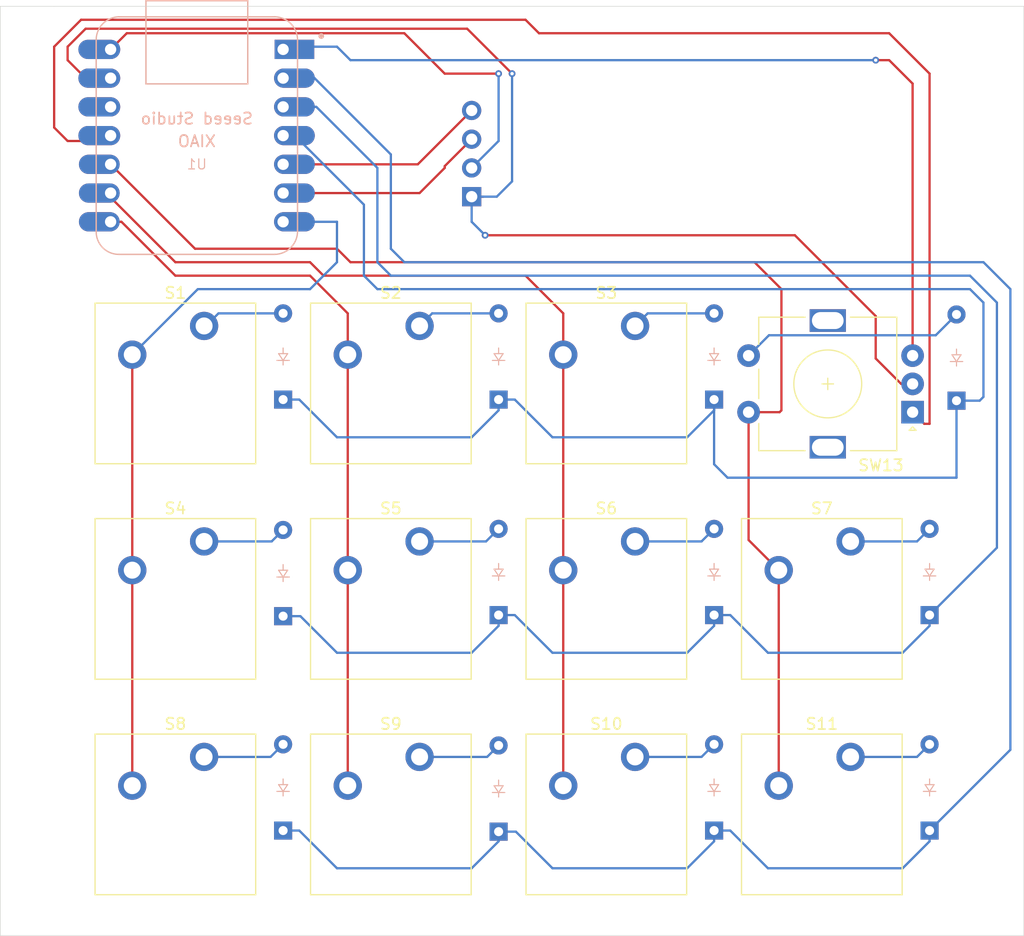
<source format=kicad_pcb>
(kicad_pcb (version 20240108) (generator "pcbnew") (generator_version "8.0")
  (layers (0 "F.Cu" signal) (31 "B.Cu" signal) (34 "B.Paste" user) (35 "F.Paste" user) (36 "B.SilkS" user "B.Silkscreen") (37 "F.SilkS" user "F.Silkscreen") (38 "B.Mask" user) (39 "F.Mask" user) (44 "Edge.Cuts" user))
  (net 0 "")
  (net 1 "Row 0")
  (net 2 "Net-(D1-A)")
  (net 3 "Net-(D2-A)")
  (net 4 "Net-(D3-A)")
  (net 5 "Net-(D4-A)")
  (net 6 "Row 1")
  (net 7 "Net-(D5-A)")
  (net 8 "Net-(D6-A)")
  (net 9 "Net-(D7-A)")
  (net 10 "Net-(D8-A)")
  (net 11 "Row 2")
  (net 12 "Net-(D9-A)")
  (net 13 "Net-(D10-A)")
  (net 14 "Net-(D11-A)")
  (net 15 "GND")
  (net 16 "VCC")
  (net 17 "SDA")
  (net 18 "SCL")
  (net 19 "Col 0")
  (net 20 "Col 1")
  (net 21 "Col 2")
  (net 22 "Col 3")
  (net 23 "Rotary A")
  (net 24 "Rotary B")
  (net 26 "Net-(D12-A)")
  (footprint "ScottoKeebs_MX:MX_PCB_1.00u" (layer "F.Cu") (at 155.1975 112.3625)
    (property "Reference" "S7" (at 0 -8 0) (layer "F.SilkS"))
    (property "Value" "Keyswitch")
    (fp_line (start -7.1 -7.1) (end -7.1 7.1) (stroke (width 0.12)) (layer "F.SilkS"))
    (fp_line (start -7.1 7.1) (end 7.1 7.1) (stroke (width 0.12)) (layer "F.SilkS"))
    (fp_line (start 7.1 -7.1) (end -7.1 -7.1) (stroke (width 0.12)) (layer "F.SilkS"))
    (fp_line (start 7.1 7.1) (end 7.1 -7.1) (stroke (width 0.12)) (layer "F.SilkS"))
    (pad "" np_thru_hole circle (at -5.08 0) (size 1.75 1.75) (drill 1.75) (layers "*.Cu" "*.Mask"))
    (pad "" np_thru_hole circle (at 0 0) (size 4 4) (drill 4) (layers "*.Cu" "*.Mask"))
    (pad "" np_thru_hole circle (at 5.08 0) (size 1.75 1.75) (drill 1.75) (layers "*.Cu" "*.Mask"))
    (pad "1" thru_hole circle (at -3.81 -2.54) (size 2.5 2.5) (drill 1.5) (layers "*.Cu" "*.Mask") (net 22 "Col 3"))
    (pad "2" thru_hole circle (at 2.54 -5.08) (size 2.5 2.5) (drill 1.5) (layers "*.Cu" "*.Mask") (net 9 "Net-(D7-A)"))
  )
  (footprint "ScottoKeebs_MX:MX_PCB_1.00u" (layer "F.Cu") (at 155.1975 131.4125)
    (property "Reference" "S11" (at 0 -8 0) (layer "F.SilkS"))
    (property "Value" "Keyswitch")
    (fp_line (start -7.1 -7.1) (end -7.1 7.1) (stroke (width 0.12)) (layer "F.SilkS"))
    (fp_line (start -7.1 7.1) (end 7.1 7.1) (stroke (width 0.12)) (layer "F.SilkS"))
    (fp_line (start 7.1 -7.1) (end -7.1 -7.1) (stroke (width 0.12)) (layer "F.SilkS"))
    (fp_line (start 7.1 7.1) (end 7.1 -7.1) (stroke (width 0.12)) (layer "F.SilkS"))
    (pad "" np_thru_hole circle (at -5.08 0) (size 1.75 1.75) (drill 1.75) (layers "*.Cu" "*.Mask"))
    (pad "" np_thru_hole circle (at 0 0) (size 4 4) (drill 4) (layers "*.Cu" "*.Mask"))
    (pad "" np_thru_hole circle (at 5.08 0) (size 1.75 1.75) (drill 1.75) (layers "*.Cu" "*.Mask"))
    (pad "1" thru_hole circle (at -3.81 -2.54) (size 2.5 2.5) (drill 1.5) (layers "*.Cu" "*.Mask") (net 22 "Col 3"))
    (pad "2" thru_hole circle (at 2.54 -5.08) (size 2.5 2.5) (drill 1.5) (layers "*.Cu" "*.Mask") (net 14 "Net-(D11-A)"))
  )
  (footprint "ScottoKeebs_MX:MX_PCB_1.00u" (layer "F.Cu") (at 98.0475 112.3625)
    (property "Reference" "S4" (at 0 -8 0) (layer "F.SilkS"))
    (property "Value" "Keyswitch")
    (fp_line (start -7.1 -7.1) (end -7.1 7.1) (stroke (width 0.12)) (layer "F.SilkS"))
    (fp_line (start -7.1 7.1) (end 7.1 7.1) (stroke (width 0.12)) (layer "F.SilkS"))
    (fp_line (start 7.1 -7.1) (end -7.1 -7.1) (stroke (width 0.12)) (layer "F.SilkS"))
    (fp_line (start 7.1 7.1) (end 7.1 -7.1) (stroke (width 0.12)) (layer "F.SilkS"))
    (pad "" np_thru_hole circle (at -5.08 0) (size 1.75 1.75) (drill 1.75) (layers "*.Cu" "*.Mask"))
    (pad "" np_thru_hole circle (at 0 0) (size 4 4) (drill 4) (layers "*.Cu" "*.Mask"))
    (pad "" np_thru_hole circle (at 5.08 0) (size 1.75 1.75) (drill 1.75) (layers "*.Cu" "*.Mask"))
    (pad "1" thru_hole circle (at -3.81 -2.54) (size 2.5 2.5) (drill 1.5) (layers "*.Cu" "*.Mask") (net 19 "Col 0"))
    (pad "2" thru_hole circle (at 2.54 -5.08) (size 2.5 2.5) (drill 1.5) (layers "*.Cu" "*.Mask") (net 5 "Net-(D4-A)"))
  )
  (footprint "ScottoKeebs_MX:MX_PCB_1.00u" (layer "F.Cu") (at 117.0975 131.4125)
    (property "Reference" "S9" (at 0 -8 0) (layer "F.SilkS"))
    (property "Value" "Keyswitch")
    (fp_line (start -7.1 -7.1) (end -7.1 7.1) (stroke (width 0.12)) (layer "F.SilkS"))
    (fp_line (start -7.1 7.1) (end 7.1 7.1) (stroke (width 0.12)) (layer "F.SilkS"))
    (fp_line (start 7.1 -7.1) (end -7.1 -7.1) (stroke (width 0.12)) (layer "F.SilkS"))
    (fp_line (start 7.1 7.1) (end 7.1 -7.1) (stroke (width 0.12)) (layer "F.SilkS"))
    (pad "" np_thru_hole circle (at -5.08 0) (size 1.75 1.75) (drill 1.75) (layers "*.Cu" "*.Mask"))
    (pad "" np_thru_hole circle (at 0 0) (size 4 4) (drill 4) (layers "*.Cu" "*.Mask"))
    (pad "" np_thru_hole circle (at 5.08 0) (size 1.75 1.75) (drill 1.75) (layers "*.Cu" "*.Mask"))
    (pad "1" thru_hole circle (at -3.81 -2.54) (size 2.5 2.5) (drill 1.5) (layers "*.Cu" "*.Mask") (net 20 "Col 1"))
    (pad "2" thru_hole circle (at 2.54 -5.08) (size 2.5 2.5) (drill 1.5) (layers "*.Cu" "*.Mask") (net 12 "Net-(D9-A)"))
  )
  (footprint "ScottoKeebs_Components:OLED_128x32" (layer "F.Cu") (at 122.64125 67.0025)
    (property "Reference" "J1" (hide yes))
    (property "Value" "OLED_128x32")
    (pad "1" thru_hole rect (at 1.6 9.8 180) (size 1.7 1.7) (drill 1) (layers "*.Cu" "*.Mask") (net 15 "GND"))
    (pad "2" thru_hole oval (at 1.6 7.26 180) (size 1.7 1.7) (drill 1) (layers "*.Cu" "*.Mask") (net 16 "VCC"))
    (pad "3" thru_hole oval (at 1.6 4.72 180) (size 1.7 1.7) (drill 1) (layers "*.Cu" "*.Mask") (net 18 "SCL"))
    (pad "4" thru_hole oval (at 1.6 2.18 180) (size 1.7 1.7) (drill 1) (layers "*.Cu" "*.Mask") (net 17 "SDA"))
  )
  (footprint "Rotary_Encoder:RotaryEncoder_Alps_EC11E-Switch_Vertical_H20mm" (layer "F.Cu") (at 163.2225 95.85625 180)
    (property "Reference" "SW13" (at 2.8 -4.7 0) (layer "F.SilkS"))
    (property "Value" "RotaryEncoder_Switch")
    (fp_line (start 13.6 8.4) (end 9.5 8.4) (stroke (width 0.12)) (layer "F.SilkS"))
    (fp_line (start 13.6 6) (end 13.6 8.4) (stroke (width 0.12)) (layer "F.SilkS"))
    (fp_line (start 13.6 1.2) (end 13.6 3.8) (stroke (width 0.12)) (layer "F.SilkS"))
    (fp_line (start 13.6 -3.4) (end 13.6 -1) (stroke (width 0.12)) (layer "F.SilkS"))
    (fp_line (start 9.5 -3.4) (end 13.6 -3.4) (stroke (width 0.12)) (layer "F.SilkS"))
    (fp_line (start 7.5 2) (end 7.5 3) (stroke (width 0.12)) (layer "F.SilkS"))
    (fp_line (start 7 2.5) (end 8 2.5) (stroke (width 0.12)) (layer "F.SilkS"))
    (fp_line (start 5.5 8.4) (end 1.4 8.4) (stroke (width 0.12)) (layer "F.SilkS"))
    (fp_line (start 5.5 -3.4) (end 1.4 -3.4) (stroke (width 0.12)) (layer "F.SilkS"))
    (fp_line (start 1.4 -3.4) (end 1.4 8.4) (stroke (width 0.12)) (layer "F.SilkS"))
    (fp_line (start 0.3 -1.6) (end 0 -1.3) (stroke (width 0.12)) (layer "F.SilkS"))
    (fp_line (start 0 -1.3) (end -0.3 -1.6) (stroke (width 0.12)) (layer "F.SilkS"))
    (fp_line (start -0.3 -1.6) (end 0.3 -1.6) (stroke (width 0.12)) (layer "F.SilkS"))
    (fp_circle (center 7.5 2.5) (end 10.5 2.5) (stroke (width 0.12)) (fill none) (layer "F.SilkS"))
    (pad "A" thru_hole rect (at 0 0 180) (size 2 2) (drill 1) (layers "*.Cu" "*.Mask") (net 23 "Rotary A"))
    (pad "B" thru_hole circle (at 0 5 180) (size 2 2) (drill 1) (layers "*.Cu" "*.Mask") (net 24 "Rotary B"))
    (pad "C" thru_hole circle (at 0 2.5 180) (size 2 2) (drill 1) (layers "*.Cu" "*.Mask") (net 15 "GND"))
    (pad "MP" thru_hole rect (at 7.5 -3.1 180) (size 3.2 2) (drill oval 2.8 1.5) (layers "*.Cu" "*.Mask"))
    (pad "MP" thru_hole rect (at 7.5 8.1 180) (size 3.2 2) (drill oval 2.8 1.5) (layers "*.Cu" "*.Mask"))
    (pad "S1" thru_hole circle (at 14.5 5 180) (size 2 2) (drill 1) (layers "*.Cu" "*.Mask") (net 26 "Net-(D12-A)"))
    (pad "S2" thru_hole circle (at 14.5 0 180) (size 2 2) (drill 1) (layers "*.Cu" "*.Mask") (net 22 "Col 3"))
  )
  (footprint "ScottoKeebs_MX:MX_PCB_1.00u" (layer "F.Cu") (at 136.1475 131.4125)
    (property "Reference" "S10" (at 0 -8 0) (layer "F.SilkS"))
    (property "Value" "Keyswitch")
    (fp_line (start -7.1 -7.1) (end -7.1 7.1) (stroke (width 0.12)) (layer "F.SilkS"))
    (fp_line (start -7.1 7.1) (end 7.1 7.1) (stroke (width 0.12)) (layer "F.SilkS"))
    (fp_line (start 7.1 -7.1) (end -7.1 -7.1) (stroke (width 0.12)) (layer "F.SilkS"))
    (fp_line (start 7.1 7.1) (end 7.1 -7.1) (stroke (width 0.12)) (layer "F.SilkS"))
    (pad "" np_thru_hole circle (at -5.08 0) (size 1.75 1.75) (drill 1.75) (layers "*.Cu" "*.Mask"))
    (pad "" np_thru_hole circle (at 0 0) (size 4 4) (drill 4) (layers "*.Cu" "*.Mask"))
    (pad "" np_thru_hole circle (at 5.08 0) (size 1.75 1.75) (drill 1.75) (layers "*.Cu" "*.Mask"))
    (pad "1" thru_hole circle (at -3.81 -2.54) (size 2.5 2.5) (drill 1.5) (layers "*.Cu" "*.Mask") (net 21 "Col 2"))
    (pad "2" thru_hole circle (at 2.54 -5.08) (size 2.5 2.5) (drill 1.5) (layers "*.Cu" "*.Mask") (net 13 "Net-(D10-A)"))
  )
  (footprint "ScottoKeebs_MX:MX_PCB_1.00u" (layer "F.Cu") (at 98.0475 131.4125)
    (property "Reference" "S8" (at 0 -8 0) (layer "F.SilkS"))
    (property "Value" "Keyswitch")
    (fp_line (start -7.1 -7.1) (end -7.1 7.1) (stroke (width 0.12)) (layer "F.SilkS"))
    (fp_line (start -7.1 7.1) (end 7.1 7.1) (stroke (width 0.12)) (layer "F.SilkS"))
    (fp_line (start 7.1 -7.1) (end -7.1 -7.1) (stroke (width 0.12)) (layer "F.SilkS"))
    (fp_line (start 7.1 7.1) (end 7.1 -7.1) (stroke (width 0.12)) (layer "F.SilkS"))
    (pad "" np_thru_hole circle (at -5.08 0) (size 1.75 1.75) (drill 1.75) (layers "*.Cu" "*.Mask"))
    (pad "" np_thru_hole circle (at 0 0) (size 4 4) (drill 4) (layers "*.Cu" "*.Mask"))
    (pad "" np_thru_hole circle (at 5.08 0) (size 1.75 1.75) (drill 1.75) (layers "*.Cu" "*.Mask"))
    (pad "1" thru_hole circle (at -3.81 -2.54) (size 2.5 2.5) (drill 1.5) (layers "*.Cu" "*.Mask") (net 19 "Col 0"))
    (pad "2" thru_hole circle (at 2.54 -5.08) (size 2.5 2.5) (drill 1.5) (layers "*.Cu" "*.Mask") (net 10 "Net-(D8-A)"))
  )
  (footprint "ScottoKeebs_MX:MX_PCB_1.00u" (layer "F.Cu") (at 117.0975 93.3125)
    (property "Reference" "S2" (at 0 -8 0) (layer "F.SilkS"))
    (property "Value" "Keyswitch")
    (fp_line (start -7.1 -7.1) (end -7.1 7.1) (stroke (width 0.12)) (layer "F.SilkS"))
    (fp_line (start -7.1 7.1) (end 7.1 7.1) (stroke (width 0.12)) (layer "F.SilkS"))
    (fp_line (start 7.1 -7.1) (end -7.1 -7.1) (stroke (width 0.12)) (layer "F.SilkS"))
    (fp_line (start 7.1 7.1) (end 7.1 -7.1) (stroke (width 0.12)) (layer "F.SilkS"))
    (pad "" np_thru_hole circle (at -5.08 0) (size 1.75 1.75) (drill 1.75) (layers "*.Cu" "*.Mask"))
    (pad "" np_thru_hole circle (at 0 0) (size 4 4) (drill 4) (layers "*.Cu" "*.Mask"))
    (pad "" np_thru_hole circle (at 5.08 0) (size 1.75 1.75) (drill 1.75) (layers "*.Cu" "*.Mask"))
    (pad "1" thru_hole circle (at -3.81 -2.54) (size 2.5 2.5) (drill 1.5) (layers "*.Cu" "*.Mask") (net 20 "Col 1"))
    (pad "2" thru_hole circle (at 2.54 -5.08) (size 2.5 2.5) (drill 1.5) (layers "*.Cu" "*.Mask") (net 3 "Net-(D2-A)"))
  )
  (footprint "ScottoKeebs_MX:MX_PCB_1.00u" (layer "F.Cu") (at 117.0975 112.3625)
    (property "Reference" "S5" (at 0 -8 0) (layer "F.SilkS"))
    (property "Value" "Keyswitch")
    (fp_line (start -7.1 -7.1) (end -7.1 7.1) (stroke (width 0.12)) (layer "F.SilkS"))
    (fp_line (start -7.1 7.1) (end 7.1 7.1) (stroke (width 0.12)) (layer "F.SilkS"))
    (fp_line (start 7.1 -7.1) (end -7.1 -7.1) (stroke (width 0.12)) (layer "F.SilkS"))
    (fp_line (start 7.1 7.1) (end 7.1 -7.1) (stroke (width 0.12)) (layer "F.SilkS"))
    (pad "" np_thru_hole circle (at -5.08 0) (size 1.75 1.75) (drill 1.75) (layers "*.Cu" "*.Mask"))
    (pad "" np_thru_hole circle (at 0 0) (size 4 4) (drill 4) (layers "*.Cu" "*.Mask"))
    (pad "" np_thru_hole circle (at 5.08 0) (size 1.75 1.75) (drill 1.75) (layers "*.Cu" "*.Mask"))
    (pad "1" thru_hole circle (at -3.81 -2.54) (size 2.5 2.5) (drill 1.5) (layers "*.Cu" "*.Mask") (net 20 "Col 1"))
    (pad "2" thru_hole circle (at 2.54 -5.08) (size 2.5 2.5) (drill 1.5) (layers "*.Cu" "*.Mask") (net 7 "Net-(D5-A)"))
  )
  (footprint "ScottoKeebs_MX:MX_PCB_1.00u" (layer "F.Cu") (at 136.1475 112.3625)
    (property "Reference" "S6" (at 0 -8 0) (layer "F.SilkS"))
    (property "Value" "Keyswitch")
    (fp_line (start -7.1 -7.1) (end -7.1 7.1) (stroke (width 0.12)) (layer "F.SilkS"))
    (fp_line (start -7.1 7.1) (end 7.1 7.1) (stroke (width 0.12)) (layer "F.SilkS"))
    (fp_line (start 7.1 -7.1) (end -7.1 -7.1) (stroke (width 0.12)) (layer "F.SilkS"))
    (fp_line (start 7.1 7.1) (end 7.1 -7.1) (stroke (width 0.12)) (layer "F.SilkS"))
    (pad "" np_thru_hole circle (at -5.08 0) (size 1.75 1.75) (drill 1.75) (layers "*.Cu" "*.Mask"))
    (pad "" np_thru_hole circle (at 0 0) (size 4 4) (drill 4) (layers "*.Cu" "*.Mask"))
    (pad "" np_thru_hole circle (at 5.08 0) (size 1.75 1.75) (drill 1.75) (layers "*.Cu" "*.Mask"))
    (pad "1" thru_hole circle (at -3.81 -2.54) (size 2.5 2.5) (drill 1.5) (layers "*.Cu" "*.Mask") (net 21 "Col 2"))
    (pad "2" thru_hole circle (at 2.54 -5.08) (size 2.5 2.5) (drill 1.5) (layers "*.Cu" "*.Mask") (net 8 "Net-(D6-A)"))
  )
  (footprint "ScottoKeebs_MX:MX_PCB_1.00u" (layer "F.Cu") (at 136.1475 93.3125)
    (property "Reference" "S3" (at 0 -8 0) (layer "F.SilkS"))
    (property "Value" "Keyswitch")
    (fp_line (start -7.1 -7.1) (end -7.1 7.1) (stroke (width 0.12)) (layer "F.SilkS"))
    (fp_line (start -7.1 7.1) (end 7.1 7.1) (stroke (width 0.12)) (layer "F.SilkS"))
    (fp_line (start 7.1 -7.1) (end -7.1 -7.1) (stroke (width 0.12)) (layer "F.SilkS"))
    (fp_line (start 7.1 7.1) (end 7.1 -7.1) (stroke (width 0.12)) (layer "F.SilkS"))
    (pad "" np_thru_hole circle (at -5.08 0) (size 1.75 1.75) (drill 1.75) (layers "*.Cu" "*.Mask"))
    (pad "" np_thru_hole circle (at 0 0) (size 4 4) (drill 4) (layers "*.Cu" "*.Mask"))
    (pad "" np_thru_hole circle (at 5.08 0) (size 1.75 1.75) (drill 1.75) (layers "*.Cu" "*.Mask"))
    (pad "1" thru_hole circle (at -3.81 -2.54) (size 2.5 2.5) (drill 1.5) (layers "*.Cu" "*.Mask") (net 21 "Col 2"))
    (pad "2" thru_hole circle (at 2.54 -5.08) (size 2.5 2.5) (drill 1.5) (layers "*.Cu" "*.Mask") (net 4 "Net-(D3-A)"))
  )
  (footprint "ScottoKeebs_MX:MX_PCB_1.00u" (layer "F.Cu") (at 98.0475 93.3125)
    (property "Reference" "S1" (at 0 -8 0) (layer "F.SilkS"))
    (property "Value" "Keyswitch")
    (fp_line (start -7.1 -7.1) (end -7.1 7.1) (stroke (width 0.12)) (layer "F.SilkS"))
    (fp_line (start -7.1 7.1) (end 7.1 7.1) (stroke (width 0.12)) (layer "F.SilkS"))
    (fp_line (start 7.1 -7.1) (end -7.1 -7.1) (stroke (width 0.12)) (layer "F.SilkS"))
    (fp_line (start 7.1 7.1) (end 7.1 -7.1) (stroke (width 0.12)) (layer "F.SilkS"))
    (pad "" np_thru_hole circle (at -5.08 0) (size 1.75 1.75) (drill 1.75) (layers "*.Cu" "*.Mask"))
    (pad "" np_thru_hole circle (at 0 0) (size 4 4) (drill 4) (layers "*.Cu" "*.Mask"))
    (pad "" np_thru_hole circle (at 5.08 0) (size 1.75 1.75) (drill 1.75) (layers "*.Cu" "*.Mask"))
    (pad "1" thru_hole circle (at -3.81 -2.54) (size 2.5 2.5) (drill 1.5) (layers "*.Cu" "*.Mask") (net 19 "Col 0"))
    (pad "2" thru_hole circle (at 2.54 -5.08) (size 2.5 2.5) (drill 1.5) (layers "*.Cu" "*.Mask") (net 2 "Net-(D1-A)"))
  )
  (footprint "ScottoKeebs_Components:Diode_DO-35" (layer "B.Cu") (at 164.7225 132.84125 90)
    (property "Reference" "D11" (hide yes))
    (property "Value" "Diode" (hide yes))
    (fp_line (start 3.46 -0.55) (end 3.46 0.55) (stroke (width 0.1)) (layer "B.SilkS"))
    (fp_line (start 4.06 -0.4) (end 4.06 0.4) (stroke (width 0.1)) (layer "B.SilkS"))
    (fp_line (start 4.56 0) (end 4.06 0) (stroke (width 0.1)) (layer "B.SilkS"))
    (fp_line (start 3.46 0) (end 4.06 -0.4) (stroke (width 0.1)) (layer "B.SilkS"))
    (fp_line (start 3.46 0) (end 3.06 0) (stroke (width 0.1)) (layer "B.SilkS"))
    (fp_line (start 4.06 0.4) (end 3.46 0) (stroke (width 0.1)) (layer "B.SilkS"))
    (pad "1" thru_hole rect (at 0 0 90) (size 1.6 1.6) (drill 0.8) (layers "*.Cu" "*.Mask") (net 11 "Row 2"))
    (pad "2" thru_hole oval (at 7.62 0 90) (size 1.6 1.6) (drill 0.8) (layers "*.Cu" "*.Mask") (net 14 "Net-(D11-A)"))
  )
  (footprint "ScottoKeebs_Components:Diode_DO-35" (layer "B.Cu") (at 126.6225 132.93875 90)
    (property "Reference" "D9" (hide yes))
    (property "Value" "Diode" (hide yes))
    (fp_line (start 3.46 -0.55) (end 3.46 0.55) (stroke (width 0.1)) (layer "B.SilkS"))
    (fp_line (start 4.06 -0.4) (end 4.06 0.4) (stroke (width 0.1)) (layer "B.SilkS"))
    (fp_line (start 4.56 0) (end 4.06 0) (stroke (width 0.1)) (layer "B.SilkS"))
    (fp_line (start 3.46 0) (end 4.06 -0.4) (stroke (width 0.1)) (layer "B.SilkS"))
    (fp_line (start 3.46 0) (end 3.06 0) (stroke (width 0.1)) (layer "B.SilkS"))
    (fp_line (start 4.06 0.4) (end 3.46 0) (stroke (width 0.1)) (layer "B.SilkS"))
    (pad "1" thru_hole rect (at 0 0 90) (size 1.6 1.6) (drill 0.8) (layers "*.Cu" "*.Mask") (net 11 "Row 2"))
    (pad "2" thru_hole oval (at 7.62 0 90) (size 1.6 1.6) (drill 0.8) (layers "*.Cu" "*.Mask") (net 12 "Net-(D9-A)"))
  )
  (footprint "ScottoKeebs_Components:Diode_DO-35" (layer "B.Cu") (at 145.6725 132.84125 90)
    (property "Reference" "D10" (hide yes))
    (property "Value" "Diode" (hide yes))
    (fp_line (start 3.46 -0.55) (end 3.46 0.55) (stroke (width 0.1)) (layer "B.SilkS"))
    (fp_line (start 4.06 -0.4) (end 4.06 0.4) (stroke (width 0.1)) (layer "B.SilkS"))
    (fp_line (start 4.56 0) (end 4.06 0) (stroke (width 0.1)) (layer "B.SilkS"))
    (fp_line (start 3.46 0) (end 4.06 -0.4) (stroke (width 0.1)) (layer "B.SilkS"))
    (fp_line (start 3.46 0) (end 3.06 0) (stroke (width 0.1)) (layer "B.SilkS"))
    (fp_line (start 4.06 0.4) (end 3.46 0) (stroke (width 0.1)) (layer "B.SilkS"))
    (pad "1" thru_hole rect (at 0 0 90) (size 1.6 1.6) (drill 0.8) (layers "*.Cu" "*.Mask") (net 11 "Row 2"))
    (pad "2" thru_hole oval (at 7.62 0 90) (size 1.6 1.6) (drill 0.8) (layers "*.Cu" "*.Mask") (net 13 "Net-(D10-A)"))
  )
  (footprint "footprints:XIAO-Generic-Hybrid-14P-2.54-21X17.8MM" (layer "B.Cu") (at 99.9475 71.405 180)
    (property "Reference" "U1" (at 0 -2.54 0) (layer "B.SilkS") (effects (font (size 0.889 0.889) (thickness 0.1016)) (justify mirror)))
    (property "Value" "MOUDLE-SEEEDUINO-XIAO" (hide yes))
    (fp_line (start 8.9 8.5) (end 8.9 -8.5) (stroke (width 0.127)) (layer "B.SilkS"))
    (fp_line (start 6.9 -10.5) (end -6.9 -10.5) (stroke (width 0.127)) (layer "B.SilkS"))
    (fp_line (start 4.5 11.92403) (end -4.5 11.92403) (stroke (width 0.127)) (layer "B.SilkS"))
    (fp_line (start 4.5 4.57073) (end 4.5 11.92403) (stroke (width 0.127)) (layer "B.SilkS"))
    (fp_line (start -4.5 11.92403) (end -4.5 4.57073) (stroke (width 0.127)) (layer "B.SilkS"))
    (fp_line (start -4.5 4.57073) (end 4.5 4.57073) (stroke (width 0.127)) (layer "B.SilkS"))
    (fp_line (start -6.9 10.49909) (end 6.9 10.49909) (stroke (width 0.127)) (layer "B.SilkS"))
    (fp_line (start -8.9 -8.5) (end -8.9 8.5) (stroke (width 0.127)) (layer "B.SilkS"))
    (fp_arc (start 8.9 8.5) (mid 8.301492 9.901492) (end 6.9 10.5) (stroke (width 0.12)) (layer "B.SilkS"))
    (fp_arc (start 6.9 -10.5) (mid 8.314214 -9.914214) (end 8.9 -8.5) (stroke (width 0.12)) (layer "B.SilkS"))
    (fp_arc (start -6.9 10.5) (mid -8.301491 9.901491) (end -8.9 8.5) (stroke (width 0.12)) (layer "B.SilkS"))
    (fp_arc (start -8.9 -8.5) (mid -8.301423 -9.901423) (end -6.9 -10.5) (stroke (width 0.12)) (layer "B.SilkS"))
    (fp_circle (center -11 8.8) (end -11 9.054) (fill solid) (layer "B.SilkS"))
    (fp_poly (pts (xy -8.887715 8.561705) (xy -8.884667 8.610473) (xy -8.880603 8.659494)) (stroke (width 0.0254)) (fill none) (layer "B.SilkS"))
    (fp_poly (pts (xy 8.889492 -8.521574) (xy 8.887713 -8.57085) (xy 8.884665 -8.619618) (xy 8.880601 -8.668639) (xy 8.875268 -8.717407) (xy 8.868664 -8.766175) (xy 8.861044 -8.81469) (xy 8.852153 -8.86295) (xy 8.842248 -8.910955)) (stroke (width 0.0254)) (fill none) (layer "B.SilkS"))
    (fp_text user "Seeed Studio" (at 0 1.5 0) (layer "B.SilkS") (effects (justify mirror)))
    (fp_text user "XIAO" (at 0 -0.5 0) (layer "B.SilkS") (effects (justify mirror)))
    (pad "1" thru_hole rect (at -7.625 7.62 180) (size 3.5 1.7) (drill 1 (offset -1 0)) (layers "*.Cu" "*.Mask") (net 24 "Rotary B"))
    (pad "2" thru_hole oval (at -7.625 5.08 180) (size 3.6 1.7) (drill 1 (offset -1 0)) (layers "*.Cu" "*.Mask") (net 11 "Row 2"))
    (pad "3" thru_hole oval (at -7.625 2.54 180) (size 3.6 1.7) (drill 1 (offset -1 0)) (layers "*.Cu" "*.Mask") (net 6 "Row 1"))
    (pad "4" thru_hole oval (at -7.625 0 180) (size 3.6 1.7) (drill 1 (offset -1 0)) (layers "*.Cu" "*.Mask") (net 1 "Row 0"))
    (pad "5" thru_hole oval (at -7.625 -2.54 180) (size 3.6 1.7) (drill 1 (offset -1 0)) (layers "*.Cu" "*.Mask") (net 17 "SDA"))
    (pad "6" thru_hole oval (at -7.625 -5.08) (size 3.6 1.7) (drill 1 (offset 1 0)) (layers "*.Cu" "*.Mask") (net 18 "SCL"))
    (pad "7" thru_hole oval (at -7.625 -7.62 180) (size 3.6 1.7) (drill 1 (offset -1 0)) (layers "*.Cu" "*.Mask") (net 19 "Col 0"))
    (pad "8" thru_hole oval (at 7.625 -7.62 180) (size 3.6 1.7) (drill 1 (offset 1 0)) (layers "*.Cu" "*.Mask") (net 20 "Col 1"))
    (pad "9" thru_hole oval (at 7.625 -5.08 180) (size 3.6 1.7) (drill 1 (offset 1 0)) (layers "*.Cu" "*.Mask") (net 21 "Col 2"))
    (pad "10" thru_hole oval (at 7.625 -2.54 180) (size 3.6 1.7) (drill 1 (offset 1 0)) (layers "*.Cu" "*.Mask") (net 22 "Col 3"))
    (pad "11" thru_hole oval (at 7.625 0 180) (size 3.7 1.7) (drill 1 (offset 1 0)) (layers "*.Cu" "*.Mask") (net 23 "Rotary A"))
    (pad "12" thru_hole oval (at 7.625 2.54 180) (size 3.7 1.7) (drill 1 (offset 1 0)) (layers "*.Cu" "*.Mask"))
    (pad "13" thru_hole oval (at 7.625 5.08 180) (size 3.7 1.7) (drill 1 (offset 1 0)) (layers "*.Cu" "*.Mask") (net 15 "GND"))
    (pad "14" thru_hole oval (at 7.625 7.62 180) (size 3.7 1.7) (drill 1 (offset 1 0)) (layers "*.Cu" "*.Mask") (net 16 "VCC"))
  )
  (footprint "ScottoKeebs_Components:Diode_DO-35" (layer "B.Cu") (at 126.6225 94.74125 90)
    (property "Reference" "D2" (hide yes))
    (property "Value" "Diode" (hide yes))
    (fp_line (start 3.46 -0.55) (end 3.46 0.55) (stroke (width 0.1)) (layer "B.SilkS"))
    (fp_line (start 4.06 -0.4) (end 4.06 0.4) (stroke (width 0.1)) (layer "B.SilkS"))
    (fp_line (start 4.56 0) (end 4.06 0) (stroke (width 0.1)) (layer "B.SilkS"))
    (fp_line (start 3.46 0) (end 4.06 -0.4) (stroke (width 0.1)) (layer "B.SilkS"))
    (fp_line (start 3.46 0) (end 3.06 0) (stroke (width 0.1)) (layer "B.SilkS"))
    (fp_line (start 4.06 0.4) (end 3.46 0) (stroke (width 0.1)) (layer "B.SilkS"))
    (pad "1" thru_hole rect (at 0 0 90) (size 1.6 1.6) (drill 0.8) (layers "*.Cu" "*.Mask") (net 1 "Row 0"))
    (pad "2" thru_hole oval (at 7.62 0 90) (size 1.6 1.6) (drill 0.8) (layers "*.Cu" "*.Mask") (net 3 "Net-(D2-A)"))
  )
  (footprint "ScottoKeebs_Components:Diode_DO-35" (layer "B.Cu") (at 107.5725 113.88875 90)
    (property "Reference" "D4" (hide yes))
    (property "Value" "Diode" (hide yes))
    (fp_line (start 3.46 -0.55) (end 3.46 0.55) (stroke (width 0.1)) (layer "B.SilkS"))
    (fp_line (start 4.06 -0.4) (end 4.06 0.4) (stroke (width 0.1)) (layer "B.SilkS"))
    (fp_line (start 4.56 0) (end 4.06 0) (stroke (width 0.1)) (layer "B.SilkS"))
    (fp_line (start 3.46 0) (end 4.06 -0.4) (stroke (width 0.1)) (layer "B.SilkS"))
    (fp_line (start 3.46 0) (end 3.06 0) (stroke (width 0.1)) (layer "B.SilkS"))
    (fp_line (start 4.06 0.4) (end 3.46 0) (stroke (width 0.1)) (layer "B.SilkS"))
    (pad "1" thru_hole rect (at 0 0 90) (size 1.6 1.6) (drill 0.8) (layers "*.Cu" "*.Mask") (net 6 "Row 1"))
    (pad "2" thru_hole oval (at 7.62 0 90) (size 1.6 1.6) (drill 0.8) (layers "*.Cu" "*.Mask") (net 5 "Net-(D4-A)"))
  )
  (footprint "ScottoKeebs_Components:Diode_DO-35" (layer "B.Cu") (at 107.5725 132.84125 90)
    (property "Reference" "D8" (hide yes))
    (property "Value" "Diode" (hide yes))
    (fp_line (start 3.46 -0.55) (end 3.46 0.55) (stroke (width 0.1)) (layer "B.SilkS"))
    (fp_line (start 4.06 -0.4) (end 4.06 0.4) (stroke (width 0.1)) (layer "B.SilkS"))
    (fp_line (start 4.56 0) (end 4.06 0) (stroke (width 0.1)) (layer "B.SilkS"))
    (fp_line (start 3.46 0) (end 4.06 -0.4) (stroke (width 0.1)) (layer "B.SilkS"))
    (fp_line (start 3.46 0) (end 3.06 0) (stroke (width 0.1)) (layer "B.SilkS"))
    (fp_line (start 4.06 0.4) (end 3.46 0) (stroke (width 0.1)) (layer "B.SilkS"))
    (pad "1" thru_hole rect (at 0 0 90) (size 1.6 1.6) (drill 0.8) (layers "*.Cu" "*.Mask") (net 11 "Row 2"))
    (pad "2" thru_hole oval (at 7.62 0 90) (size 1.6 1.6) (drill 0.8) (layers "*.Cu" "*.Mask") (net 10 "Net-(D8-A)"))
  )
  (footprint "ScottoKeebs_Components:Diode_DO-35" (layer "B.Cu") (at 145.6725 94.74125 90)
    (property "Reference" "D3" (hide yes))
    (property "Value" "Diode" (hide yes))
    (fp_line (start 3.46 -0.55) (end 3.46 0.55) (stroke (width 0.1)) (layer "B.SilkS"))
    (fp_line (start 4.06 -0.4) (end 4.06 0.4) (stroke (width 0.1)) (layer "B.SilkS"))
    (fp_line (start 4.56 0) (end 4.06 0) (stroke (width 0.1)) (layer "B.SilkS"))
    (fp_line (start 3.46 0) (end 4.06 -0.4) (stroke (width 0.1)) (layer "B.SilkS"))
    (fp_line (start 3.46 0) (end 3.06 0) (stroke (width 0.1)) (layer "B.SilkS"))
    (fp_line (start 4.06 0.4) (end 3.46 0) (stroke (width 0.1)) (layer "B.SilkS"))
    (pad "1" thru_hole rect (at 0 0 90) (size 1.6 1.6) (drill 0.8) (layers "*.Cu" "*.Mask") (net 1 "Row 0"))
    (pad "2" thru_hole oval (at 7.62 0 90) (size 1.6 1.6) (drill 0.8) (layers "*.Cu" "*.Mask") (net 4 "Net-(D3-A)"))
  )
  (footprint "ScottoKeebs_Components:Diode_DO-35" (layer "B.Cu") (at 164.7225 113.79125 90)
    (property "Reference" "D7" (hide yes))
    (property "Value" "Diode" (hide yes))
    (fp_line (start 3.46 -0.55) (end 3.46 0.55) (stroke (width 0.1)) (layer "B.SilkS"))
    (fp_line (start 4.06 -0.4) (end 4.06 0.4) (stroke (width 0.1)) (layer "B.SilkS"))
    (fp_line (start 4.56 0) (end 4.06 0) (stroke (width 0.1)) (layer "B.SilkS"))
    (fp_line (start 3.46 0) (end 4.06 -0.4) (stroke (width 0.1)) (layer "B.SilkS"))
    (fp_line (start 3.46 0) (end 3.06 0) (stroke (width 0.1)) (layer "B.SilkS"))
    (fp_line (start 4.06 0.4) (end 3.46 0) (stroke (width 0.1)) (layer "B.SilkS"))
    (pad "1" thru_hole rect (at 0 0 90) (size 1.6 1.6) (drill 0.8) (layers "*.Cu" "*.Mask") (net 6 "Row 1"))
    (pad "2" thru_hole oval (at 7.62 0 90) (size 1.6 1.6) (drill 0.8) (layers "*.Cu" "*.Mask") (net 9 "Net-(D7-A)"))
  )
  (footprint "ScottoKeebs_Components:Diode_DO-35" (layer "B.Cu") (at 167.10375 94.83875 90)
    (property "Reference" "D12" (hide yes))
    (property "Value" "Diode" (hide yes))
    (fp_line (start 3.46 -0.55) (end 3.46 0.55) (stroke (width 0.1)) (layer "B.SilkS"))
    (fp_line (start 4.06 -0.4) (end 4.06 0.4) (stroke (width 0.1)) (layer "B.SilkS"))
    (fp_line (start 4.56 0) (end 4.06 0) (stroke (width 0.1)) (layer "B.SilkS"))
    (fp_line (start 3.46 0) (end 4.06 -0.4) (stroke (width 0.1)) (layer "B.SilkS"))
    (fp_line (start 3.46 0) (end 3.06 0) (stroke (width 0.1)) (layer "B.SilkS"))
    (fp_line (start 4.06 0.4) (end 3.46 0) (stroke (width 0.1)) (layer "B.SilkS"))
    (pad "1" thru_hole rect (at 0 0 90) (size 1.6 1.6) (drill 0.8) (layers "*.Cu" "*.Mask") (net 1 "Row 0"))
    (pad "2" thru_hole oval (at 7.62 0 90) (size 1.6 1.6) (drill 0.8) (layers "*.Cu" "*.Mask") (net 26 "Net-(D12-A)"))
  )
  (footprint "ScottoKeebs_Components:Diode_DO-35" (layer "B.Cu") (at 145.6725 113.79125 90)
    (property "Reference" "D6" (hide yes))
    (property "Value" "Diode" (hide yes))
    (fp_line (start 3.46 -0.55) (end 3.46 0.55) (stroke (width 0.1)) (layer "B.SilkS"))
    (fp_line (start 4.06 -0.4) (end 4.06 0.4) (stroke (width 0.1)) (layer "B.SilkS"))
    (fp_line (start 4.56 0) (end 4.06 0) (stroke (width 0.1)) (layer "B.SilkS"))
    (fp_line (start 3.46 0) (end 4.06 -0.4) (stroke (width 0.1)) (layer "B.SilkS"))
    (fp_line (start 3.46 0) (end 3.06 0) (stroke (width 0.1)) (layer "B.SilkS"))
    (fp_line (start 4.06 0.4) (end 3.46 0) (stroke (width 0.1)) (layer "B.SilkS"))
    (pad "1" thru_hole rect (at 0 0 90) (size 1.6 1.6) (drill 0.8) (layers "*.Cu" "*.Mask") (net 6 "Row 1"))
    (pad "2" thru_hole oval (at 7.62 0 90) (size 1.6 1.6) (drill 0.8) (layers "*.Cu" "*.Mask") (net 8 "Net-(D6-A)"))
  )
  (footprint "ScottoKeebs_Components:Diode_DO-35" (layer "B.Cu") (at 107.5725 94.74125 90)
    (property "Reference" "D1" (hide yes))
    (property "Value" "Diode" (hide yes))
    (fp_line (start 3.46 -0.55) (end 3.46 0.55) (stroke (width 0.1)) (layer "B.SilkS"))
    (fp_line (start 4.06 -0.4) (end 4.06 0.4) (stroke (width 0.1)) (layer "B.SilkS"))
    (fp_line (start 4.56 0) (end 4.06 0) (stroke (width 0.1)) (layer "B.SilkS"))
    (fp_line (start 3.46 0) (end 4.06 -0.4) (stroke (width 0.1)) (layer "B.SilkS"))
    (fp_line (start 3.46 0) (end 3.06 0) (stroke (width 0.1)) (layer "B.SilkS"))
    (fp_line (start 4.06 0.4) (end 3.46 0) (stroke (width 0.1)) (layer "B.SilkS"))
    (pad "1" thru_hole rect (at 0 0 90) (size 1.6 1.6) (drill 0.8) (layers "*.Cu" "*.Mask") (net 1 "Row 0"))
    (pad "2" thru_hole oval (at 7.62 0 90) (size 1.6 1.6) (drill 0.8) (layers "*.Cu" "*.Mask") (net 2 "Net-(D1-A)"))
  )
  (footprint "ScottoKeebs_Components:Diode_DO-35" (layer "B.Cu") (at 126.6225 113.79125 90)
    (property "Reference" "D5" (hide yes))
    (property "Value" "Diode" (hide yes))
    (fp_line (start 3.46 -0.55) (end 3.46 0.55) (stroke (width 0.1)) (layer "B.SilkS"))
    (fp_line (start 4.06 -0.4) (end 4.06 0.4) (stroke (width 0.1)) (layer "B.SilkS"))
    (fp_line (start 4.56 0) (end 4.06 0) (stroke (width 0.1)) (layer "B.SilkS"))
    (fp_line (start 3.46 0) (end 4.06 -0.4) (stroke (width 0.1)) (layer "B.SilkS"))
    (fp_line (start 3.46 0) (end 3.06 0) (stroke (width 0.1)) (layer "B.SilkS"))
    (fp_line (start 4.06 0.4) (end 3.46 0) (stroke (width 0.1)) (layer "B.SilkS"))
    (pad "1" thru_hole rect (at 0 0 90) (size 1.6 1.6) (drill 0.8) (layers "*.Cu" "*.Mask") (net 6 "Row 1"))
    (pad "2" thru_hole oval (at 7.62 0 90) (size 1.6 1.6) (drill 0.8) (layers "*.Cu" "*.Mask") (net 7 "Net-(D5-A)"))
  )
  (gr_line (start 173.056875 59.975) (end 173.056875 142.128125) (stroke (width 0.05)) (layer "Edge.Cuts"))
  (gr_line (start 173.056875 142.128125) (end 82.569375 142.128125) (stroke (width 0.05)) (layer "Edge.Cuts"))
  (gr_line (start 109.95375 59.975) (end 173.056875 59.975) (stroke (width 0.05)) (layer "Edge.Cuts"))
  (gr_line (start 87.331875 59.975) (end 109.95375 59.975) (stroke (width 0.05)) (layer "Edge.Cuts"))
  (gr_line (start 82.569375 59.975) (end 87.331875 59.975) (stroke (width 0.05)) (layer "Edge.Cuts"))
  (gr_line (start 82.569375 142.128125) (end 82.569375 59.975) (stroke (width 0.05)) (layer "Edge.Cuts"))
  (segment (start 115.906875 84.978125) (end 114.71625 83.7875) (width 0.2) (layer "B.Cu") (net 1))
  (segment (start 109.00125 94.74125) (end 112.335 98.075) (width 0.2) (layer "B.Cu") (net 1))
  (segment (start 126.6225 95.69375) (end 126.6225 94.74125) (width 0.2) (layer "B.Cu") (net 1))
  (segment (start 169.485 94.503125) (end 169.485 86.16875) (width 0.2) (layer "B.Cu") (net 1))
  (segment (start 107.5725 94.74125) (end 109.00125 94.74125) (width 0.2) (layer "B.Cu") (net 1))
  (segment (start 128.05125 94.74125) (end 131.385 98.075) (width 0.2) (layer "B.Cu") (net 1))
  (segment (start 112.335 98.075) (end 124.24125 98.075) (width 0.2) (layer "B.Cu") (net 1))
  (segment (start 146.863125 101.646875) (end 167.10375 101.646875) (width 0.2) (layer "B.Cu") (net 1))
  (segment (start 145.6725 94.74125) (end 145.6725 100.45625) (width 0.2) (layer "B.Cu") (net 1))
  (segment (start 169.485 86.16875) (end 168.294375 84.978125) (width 0.2) (layer "B.Cu") (net 1))
  (segment (start 145.6725 100.45625) (end 146.863125 101.646875) (width 0.2) (layer "B.Cu") (net 1))
  (segment (start 167.10375 94.83875) (end 169.149375 94.83875) (width 0.2) (layer "B.Cu") (net 1))
  (segment (start 124.24125 98.075) (end 126.6225 95.69375) (width 0.2) (layer "B.Cu") (net 1))
  (segment (start 167.10375 101.646875) (end 167.10375 94.83875) (width 0.2) (layer "B.Cu") (net 1))
  (segment (start 145.6725 95.69375) (end 145.6725 94.74125) (width 0.2) (layer "B.Cu") (net 1))
  (segment (start 143.29125 98.075) (end 145.6725 95.69375) (width 0.2) (layer "B.Cu") (net 1))
  (segment (start 131.385 98.075) (end 143.29125 98.075) (width 0.2) (layer "B.Cu") (net 1))
  (segment (start 168.294375 84.978125) (end 115.906875 84.978125) (width 0.2) (layer "B.Cu") (net 1))
  (segment (start 114.71625 83.7875) (end 114.71625 77.512404) (width 0.2) (layer "B.Cu") (net 1))
  (segment (start 114.71625 77.512404) (end 108.608846 71.405) (width 0.2) (layer "B.Cu") (net 1))
  (segment (start 108.608846 71.405) (end 107.5725 71.405) (width 0.2) (layer "B.Cu") (net 1))
  (segment (start 126.6225 94.74125) (end 128.05125 94.74125) (width 0.2) (layer "B.Cu") (net 1))
  (segment (start 169.149375 94.83875) (end 169.485 94.503125) (width 0.2) (layer "B.Cu") (net 1))
  (segment (start 100.5875 88.2325) (end 100.5875 88.39125) (width 0.2) (layer "B.Cu") (net 2))
  (segment (start 101.8575 87.12125) (end 107.5725 87.12125) (width 0.2) (layer "B.Cu") (net 2))
  (segment (start 100.5875 88.39125) (end 101.8575 87.12125) (width 0.2) (layer "B.Cu") (net 2))
  (segment (start 126.6225 87.12125) (end 120.74875 87.12125) (width 0.2) (layer "B.Cu") (net 3))
  (segment (start 120.74875 87.12125) (end 119.6375 88.2325) (width 0.2) (layer "B.Cu") (net 3))
  (segment (start 145.6725 87.12125) (end 139.79875 87.12125) (width 0.2) (layer "B.Cu") (net 4))
  (segment (start 139.79875 87.12125) (end 138.6875 88.2325) (width 0.2) (layer "B.Cu") (net 4))
  (segment (start 106.55875 107.2825) (end 107.5725 106.26875) (width 0.2) (layer "B.Cu") (net 5))
  (segment (start 100.5875 107.2825) (end 106.55875 107.2825) (width 0.2) (layer "B.Cu") (net 5))
  (segment (start 115.906875 74.2625) (end 110.509375 68.865) (width 0.2) (layer "B.Cu") (net 6))
  (segment (start 147.10125 113.79125) (end 150.435 117.125) (width 0.2) (layer "B.Cu") (net 6))
  (segment (start 126.6225 113.79125) (end 128.05125 113.79125) (width 0.2) (layer "B.Cu") (net 6))
  (segment (start 115.906875 82.596875) (end 115.906875 74.2625) (width 0.2) (layer "B.Cu") (net 6))
  (segment (start 112.335 117.125) (end 124.24125 117.125) (width 0.2) (layer "B.Cu") (net 6))
  (segment (start 126.6225 114.74375) (end 126.6225 113.79125) (width 0.2) (layer "B.Cu") (net 6))
  (segment (start 164.7225 114.74375) (end 164.7225 113.79125) (width 0.2) (layer "B.Cu") (net 6))
  (segment (start 109.09875 113.88875) (end 112.335 117.125) (width 0.2) (layer "B.Cu") (net 6))
  (segment (start 145.6725 114.74375) (end 145.6725 113.79125) (width 0.2) (layer "B.Cu") (net 6))
  (segment (start 150.435 117.125) (end 162.34125 117.125) (width 0.2) (layer "B.Cu") (net 6))
  (segment (start 124.24125 117.125) (end 126.6225 114.74375) (width 0.2) (layer "B.Cu") (net 6))
  (segment (start 168.294375 83.7875) (end 117.0975 83.7875) (width 0.2) (layer "B.Cu") (net 6))
  (segment (start 162.34125 117.125) (end 164.7225 114.74375) (width 0.2) (layer "B.Cu") (net 6))
  (segment (start 117.0975 83.7875) (end 115.906875 82.596875) (width 0.2) (layer "B.Cu") (net 6))
  (segment (start 143.29125 117.125) (end 145.6725 114.74375) (width 0.2) (layer "B.Cu") (net 6))
  (segment (start 145.6725 113.79125) (end 147.10125 113.79125) (width 0.2) (layer "B.Cu") (net 6))
  (segment (start 170.675625 86.16875) (end 168.294375 83.7875) (width 0.2) (layer "B.Cu") (net 6))
  (segment (start 128.05125 113.79125) (end 131.385 117.125) (width 0.2) (layer "B.Cu") (net 6))
  (segment (start 110.509375 68.865) (end 107.5725 68.865) (width 0.2) (layer "B.Cu") (net 6))
  (segment (start 131.385 117.125) (end 143.29125 117.125) (width 0.2) (layer "B.Cu") (net 6))
  (segment (start 164.7225 113.79125) (end 170.675625 107.838125) (width 0.2) (layer "B.Cu") (net 6))
  (segment (start 170.675625 107.838125) (end 170.675625 86.16875) (width 0.2) (layer "B.Cu") (net 6))
  (segment (start 107.5725 113.88875) (end 109.09875 113.88875) (width 0.2) (layer "B.Cu") (net 6))
  (segment (start 119.6375 107.2825) (end 125.51125 107.2825) (width 0.2) (layer "B.Cu") (net 7))
  (segment (start 125.51125 107.2825) (end 126.6225 106.17125) (width 0.2) (layer "B.Cu") (net 7))
  (segment (start 144.56125 107.2825) (end 145.6725 106.17125) (width 0.2) (layer "B.Cu") (net 8))
  (segment (start 138.6875 107.2825) (end 144.56125 107.2825) (width 0.2) (layer "B.Cu") (net 8))
  (segment (start 157.7375 107.2825) (end 163.61125 107.2825) (width 0.2) (layer "B.Cu") (net 9))
  (segment (start 163.61125 107.2825) (end 164.7225 106.17125) (width 0.2) (layer "B.Cu") (net 9))
  (segment (start 106.46125 126.3325) (end 107.5725 125.22125) (width 0.2) (layer "B.Cu") (net 10))
  (segment (start 100.5875 126.3325) (end 106.46125 126.3325) (width 0.2) (layer "B.Cu") (net 10))
  (segment (start 107.5725 132.84125) (end 109.00125 132.84125) (width 0.2) (layer "B.Cu") (net 11))
  (segment (start 109.00125 132.84125) (end 112.335 136.175) (width 0.2) (layer "B.Cu") (net 11))
  (segment (start 117.0975 81.40625) (end 117.0975 73.071875) (width 0.2) (layer "B.Cu") (net 11))
  (segment (start 145.6725 132.84125) (end 147.10125 132.84125) (width 0.2) (layer "B.Cu") (net 11))
  (segment (start 124.24125 136.175) (end 126.6225 133.79375) (width 0.2) (layer "B.Cu") (net 11))
  (segment (start 117.0975 73.071875) (end 110.350625 66.325) (width 0.2) (layer "B.Cu") (net 11))
  (segment (start 147.10125 132.84125) (end 150.435 136.175) (width 0.2) (layer "B.Cu") (net 11))
  (segment (start 162.34125 136.175) (end 164.7225 133.79375) (width 0.2) (layer "B.Cu") (net 11))
  (segment (start 110.350625 66.325) (end 107.5725 66.325) (width 0.2) (layer "B.Cu") (net 11))
  (segment (start 143.29125 136.175) (end 145.6725 133.79375) (width 0.2) (layer "B.Cu") (net 11))
  (segment (start 145.6725 133.79375) (end 145.6725 132.84125) (width 0.2) (layer "B.Cu") (net 11))
  (segment (start 169.485 82.596875) (end 118.288125 82.596875) (width 0.2) (layer "B.Cu") (net 11))
  (segment (start 126.6225 133.79375) (end 126.6225 132.93875) (width 0.2) (layer "B.Cu") (net 11))
  (segment (start 150.435 136.175) (end 162.34125 136.175) (width 0.2) (layer "B.Cu") (net 11))
  (segment (start 112.335 136.175) (end 124.24125 136.175) (width 0.2) (layer "B.Cu") (net 11))
  (segment (start 171.86625 125.6975) (end 171.86625 84.978125) (width 0.2) (layer "B.Cu") (net 11))
  (segment (start 118.288125 82.596875) (end 117.0975 81.40625) (width 0.2) (layer "B.Cu") (net 11))
  (segment (start 164.7225 133.79375) (end 164.7225 132.84125) (width 0.2) (layer "B.Cu") (net 11))
  (segment (start 126.6225 132.93875) (end 128.14875 132.93875) (width 0.2) (layer "B.Cu") (net 11))
  (segment (start 171.86625 84.978125) (end 169.485 82.596875) (width 0.2) (layer "B.Cu") (net 11))
  (segment (start 128.14875 132.93875) (end 131.385 136.175) (width 0.2) (layer "B.Cu") (net 11))
  (segment (start 131.385 136.175) (end 143.29125 136.175) (width 0.2) (layer "B.Cu") (net 11))
  (segment (start 164.7225 132.84125) (end 171.86625 125.6975) (width 0.2) (layer "B.Cu") (net 11))
  (segment (start 119.6375 126.3325) (end 125.60875 126.3325) (width 0.2) (layer "B.Cu") (net 12))
  (segment (start 125.60875 126.3325) (end 126.6225 125.31875) (width 0.2) (layer "B.Cu") (net 12))
  (segment (start 138.6875 126.3325) (end 144.56125 126.3325) (width 0.2) (layer "B.Cu") (net 13))
  (segment (start 144.56125 126.3325) (end 145.6725 125.22125) (width 0.2) (layer "B.Cu") (net 13))
  (segment (start 163.61125 126.3325) (end 164.7225 125.22125) (width 0.2) (layer "B.Cu") (net 14))
  (segment (start 157.7375 126.3325) (end 163.61125 126.3325) (width 0.2) (layer "B.Cu") (net 14))
  (segment (start 90.113125 61.95625) (end 88.5225 63.546875) (width 0.2) (layer "F.Cu") (net 15))
  (segment (start 159.96 87.359375) (end 159.96 91.107813) (width 0.2) (layer "F.Cu") (net 15))
  (segment (start 92.719375 65.928125) (end 92.3225 66.325) (width 0.2) (layer "F.Cu") (net 15))
  (segment (start 89.713125 65.928125) (end 91.925625 65.928125) (width 0.2) (layer "F.Cu") (net 15))
  (segment (start 127.813125 65.928125) (end 123.84125 61.95625) (width 0.2) (layer "F.Cu") (net 15))
  (segment (start 162.208437 93.35625) (end 163.2225 93.35625) (width 0.2) (layer "F.Cu") (net 15))
  (segment (start 152.81625 80.215625) (end 159.96 87.359375) (width 0.2) (layer "F.Cu") (net 15))
  (segment (start 91.925625 65.928125) (end 92.3225 66.325) (width 0.2) (layer "F.Cu") (net 15))
  (segment (start 124.24125 76.8025) (end 125.273125 76.8025) (width 0.2) (layer "F.Cu") (net 15))
  (segment (start 159.96 91.107813) (end 162.208437 93.35625) (width 0.2) (layer "F.Cu") (net 15))
  (segment (start 125.431875 80.215625) (end 152.81625 80.215625) (width 0.2) (layer "F.Cu") (net 15))
  (segment (start 88.5225 63.546875) (end 88.5225 64.7375) (width 0.2) (layer "F.Cu") (net 15))
  (segment (start 88.5225 64.7375) (end 89.713125 65.928125) (width 0.2) (layer "F.Cu") (net 15))
  (segment (start 123.84125 61.95625) (end 90.113125 61.95625) (width 0.2) (layer "F.Cu") (net 15))
  (via (at 127.813125 65.928125) (size 0.6) (drill 0.3) (layers "F.Cu" "B.Cu") (net 15))
  (via (at 125.431875 80.215625) (size 0.6) (drill 0.3) (layers "F.Cu" "B.Cu") (net 15))
  (segment (start 124.24125 79.025) (end 124.24125 76.8025) (width 0.2) (layer "B.Cu") (net 15))
  (segment (start 127.813125 75.453125) (end 127.813125 65.928125) (width 0.2) (layer "B.Cu") (net 15))
  (segment (start 125.431875 80.215625) (end 124.24125 79.025) (width 0.2) (layer "B.Cu") (net 15))
  (segment (start 124.24125 76.8025) (end 126.46375 76.8025) (width 0.2) (layer "B.Cu") (net 15))
  (segment (start 126.46375 76.8025) (end 127.813125 75.453125) (width 0.2) (layer "B.Cu") (net 15))
  (segment (start 126.6225 65.928125) (end 121.86 65.928125) (width 0.2) (layer "F.Cu") (net 16))
  (segment (start 118.288125 62.35625) (end 93.75125 62.35625) (width 0.2) (layer "F.Cu") (net 16))
  (segment (start 121.86 65.928125) (end 118.288125 62.35625) (width 0.2) (layer "F.Cu") (net 16))
  (segment (start 93.75125 62.35625) (end 92.3225 63.785) (width 0.2) (layer "F.Cu") (net 16))
  (via (at 126.6225 65.928125) (size 0.6) (drill 0.3) (layers "F.Cu" "B.Cu") (net 16))
  (segment (start 126.6225 71.88125) (end 126.6225 65.928125) (width 0.2) (layer "B.Cu") (net 16))
  (segment (start 124.24125 74.2625) (end 126.6225 71.88125) (width 0.2) (layer "B.Cu") (net 16))
  (segment (start 124.24125 69.1825) (end 119.47875 73.945) (width 0.2) (layer "F.Cu") (net 17))
  (segment (start 119.47875 73.945) (end 107.5725 73.945) (width 0.2) (layer "F.Cu") (net 17))
  (segment (start 121.86 74.10375) (end 121.86 74.2625) (width 0.2) (layer "F.Cu") (net 18))
  (segment (start 121.86 74.2625) (end 119.6375 76.485) (width 0.2) (layer "F.Cu") (net 18))
  (segment (start 119.6375 76.485) (end 107.5725 76.485) (width 0.2) (layer "F.Cu") (net 18))
  (segment (start 124.24125 71.7225) (end 121.86 74.10375) (width 0.2) (layer "F.Cu") (net 18))
  (segment (start 94.2375 128.8725) (end 94.2375 109.8225) (width 0.2) (layer "F.Cu") (net 19))
  (segment (start 94.2375 90.7725) (end 94.2375 109.8225) (width 0.2) (layer "F.Cu") (net 19))
  (segment (start 112.335 82.596875) (end 112.335 79.025) (width 0.2) (layer "B.Cu") (net 19))
  (segment (start 109.95375 84.978125) (end 112.335 82.596875) (width 0.2) (layer "B.Cu") (net 19))
  (segment (start 112.335 79.025) (end 107.5725 79.025) (width 0.2) (layer "B.Cu") (net 19))
  (segment (start 94.2375 90.7725) (end 100.031875 84.978125) (width 0.2) (layer "B.Cu") (net 19))
  (segment (start 100.031875 84.978125) (end 109.95375 84.978125) (width 0.2) (layer "B.Cu") (net 19))
  (segment (start 93.285 79.025) (end 92.3225 79.025) (width 0.2) (layer "F.Cu") (net 20))
  (segment (start 113.2875 90.7725) (end 113.2875 109.8225) (width 0.2) (layer "F.Cu") (net 20))
  (segment (start 113.2875 90.7725) (end 113.2875 87.12125) (width 0.2) (layer "F.Cu") (net 20))
  (segment (start 109.95375 83.7875) (end 98.0475 83.7875) (width 0.2) (layer "F.Cu") (net 20))
  (segment (start 113.2875 128.8725) (end 113.2875 109.8225) (width 0.2) (layer "F.Cu") (net 20))
  (segment (start 98.0475 83.7875) (end 93.285 79.025) (width 0.2) (layer "F.Cu") (net 20))
  (segment (start 113.2875 87.12125) (end 109.95375 83.7875) (width 0.2) (layer "F.Cu") (net 20))
  (segment (start 129.00375 83.7875) (end 111.144375 83.7875) (width 0.2) (layer "F.Cu") (net 21))
  (segment (start 132.3375 87.12125) (end 129.00375 83.7875) (width 0.2) (layer "F.Cu") (net 21))
  (segment (start 132.3375 90.7725) (end 132.3375 109.8225) (width 0.2) (layer "F.Cu") (net 21))
  (segment (start 111.144375 83.7875) (end 109.95375 82.596875) (width 0.2) (layer "F.Cu") (net 21))
  (segment (start 132.3375 90.7725) (end 132.3375 87.12125) (width 0.2) (layer "F.Cu") (net 21))
  (segment (start 109.95375 82.596875) (end 98.0475 82.596875) (width 0.2) (layer "F.Cu") (net 21))
  (segment (start 98.0475 82.596875) (end 92.3225 76.871875) (width 0.2) (layer "F.Cu") (net 21))
  (segment (start 132.3375 109.8225) (end 132.3375 128.8725) (width 0.2) (layer "F.Cu") (net 21))
  (segment (start 92.3225 76.871875) (end 92.3225 76.485) (width 0.2) (layer "F.Cu") (net 21))
  (segment (start 112.335 81.40625) (end 99.78375 81.40625) (width 0.2) (layer "F.Cu") (net 22))
  (segment (start 151.463125 95.85625) (end 151.625625 95.69375) (width 0.2) (layer "F.Cu") (net 22))
  (segment (start 148.7225 95.85625) (end 148.7225 107.1575) (width 0.2) (layer "F.Cu") (net 22))
  (segment (start 151.625625 95.69375) (end 151.625625 84.978125) (width 0.2) (layer "F.Cu") (net 22))
  (segment (start 149.244375 82.596875) (end 113.525625 82.596875) (width 0.2) (layer "F.Cu") (net 22))
  (segment (start 99.78375 81.40625) (end 92.3225 73.945) (width 0.2) (layer "F.Cu") (net 22))
  (segment (start 148.7225 107.1575) (end 151.3875 109.8225) (width 0.2) (layer "F.Cu") (net 22))
  (segment (start 113.525625 82.596875) (end 112.335 81.40625) (width 0.2) (layer "F.Cu") (net 22))
  (segment (start 151.625625 84.978125) (end 149.244375 82.596875) (width 0.2) (layer "F.Cu") (net 22))
  (segment (start 151.3875 109.8225) (end 151.3875 128.8725) (width 0.2) (layer "F.Cu") (net 22))
  (segment (start 148.7225 95.85625) (end 151.463125 95.85625) (width 0.2) (layer "F.Cu") (net 22))
  (segment (start 87.331875 63.546875) (end 87.331875 70.690625) (width 0.2) (layer "F.Cu") (net 23))
  (segment (start 89.713125 61.165625) (end 87.331875 63.546875) (width 0.2) (layer "F.Cu") (net 23))
  (segment (start 88.5225 71.88125) (end 91.84625 71.88125) (width 0.2) (layer "F.Cu") (net 23))
  (segment (start 164.7225 65.928125) (end 161.150625 62.35625) (width 0.2) (layer "F.Cu") (net 23))
  (segment (start 163.2225 95.85625) (end 164.250625 96.884375) (width 0.2) (layer "F.Cu") (net 23))
  (segment (start 87.331875 70.690625) (end 88.5225 71.88125) (width 0.2) (layer "F.Cu") (net 23))
  (segment (start 164.7225 96.884375) (end 164.7225 65.928125) (width 0.2) (layer "F.Cu") (net 23))
  (segment (start 91.84625 71.88125) (end 92.3225 71.405) (width 0.2) (layer "F.Cu") (net 23))
  (segment (start 164.250625 96.884375) (end 164.7225 96.884375) (width 0.2) (layer "F.Cu") (net 23))
  (segment (start 129.00375 61.165625) (end 89.713125 61.165625) (width 0.2) (layer "F.Cu") (net 23))
  (segment (start 130.194375 62.35625) (end 129.00375 61.165625) (width 0.2) (layer "F.Cu") (net 23))
  (segment (start 161.150625 62.35625) (end 130.194375 62.35625) (width 0.2) (layer "F.Cu") (net 23))
  (segment (start 163.2225 66.809375) (end 161.150625 64.7375) (width 0.2) (layer "F.Cu") (net 24))
  (segment (start 163.2225 90.85625) (end 163.2225 66.809375) (width 0.2) (layer "F.Cu") (net 24))
  (segment (start 161.150625 64.7375) (end 159.96 64.7375) (width 0.2) (layer "F.Cu") (net 24))
  (via (at 159.96 64.7375) (size 0.6) (drill 0.3) (layers "F.Cu" "B.Cu") (net 24))
  (segment (start 107.810625 63.546875) (end 107.5725 63.785) (width 0.2) (layer "B.Cu") (net 24))
  (segment (start 113.525625 64.7375) (end 112.335 63.546875) (width 0.2) (layer "B.Cu") (net 24))
  (segment (start 108.608846 63.785) (end 107.5725 63.785) (width 0.2) (layer "B.Cu") (net 24))
  (segment (start 159.96 64.7375) (end 113.525625 64.7375) (width 0.2) (layer "B.Cu") (net 24))
  (segment (start 112.335 63.546875) (end 107.810625 63.546875) (width 0.2) (layer "B.Cu") (net 24))
  (segment (start 165.26625 89.05625) (end 150.5225 89.05625) (width 0.2) (layer "B.Cu") (net 26))
  (segment (start 167.10375 87.21875) (end 165.26625 89.05625) (width 0.2) (layer "B.Cu") (net 26))
  (segment (start 150.5225 89.05625) (end 148.7225 90.85625) (width 0.2) (layer "B.Cu") (net 26))
)
</source>
